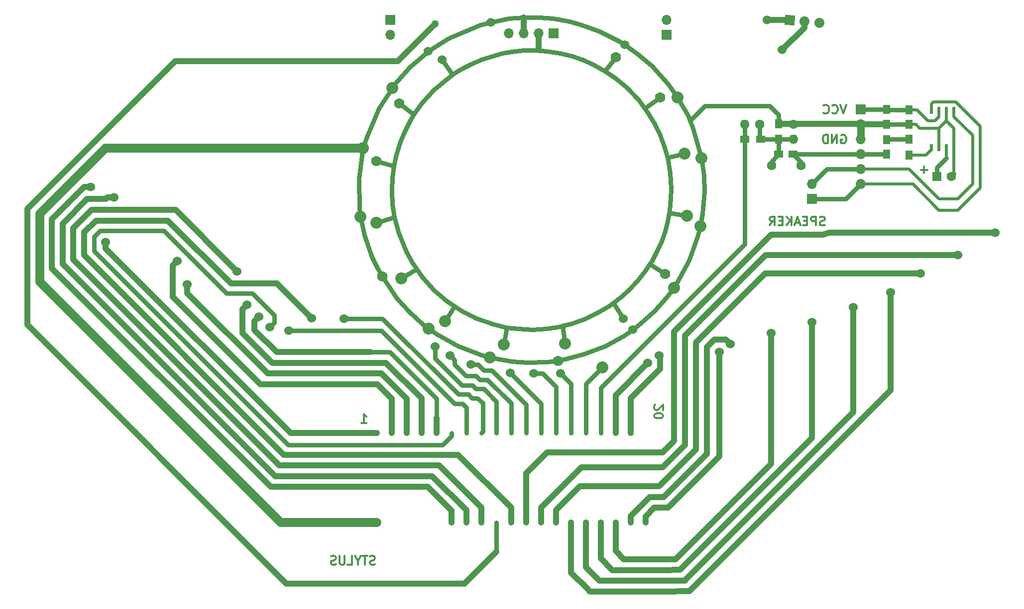
<source format=gbr>
G04 #@! TF.GenerationSoftware,KiCad,Pcbnew,(6.0.0-rc1-dev-454-g181ce46b9)*
G04 #@! TF.CreationDate,2018-09-10T02:16:32-07:00*
G04 #@! TF.ProjectId,Stylish-Belt-Synth - Full,5374796C6973682D42656C742D53796E,rev?*
G04 #@! TF.SameCoordinates,Original*
G04 #@! TF.FileFunction,Copper,L2,Bot,Signal*
G04 #@! TF.FilePolarity,Positive*
%FSLAX46Y46*%
G04 Gerber Fmt 4.6, Leading zero omitted, Abs format (unit mm)*
G04 Created by KiCad (PCBNEW (6.0.0-rc1-dev-454-g181ce46b9)) date 09/10/18 02:16:32*
%MOMM*%
%LPD*%
G01*
G04 APERTURE LIST*
G04 #@! TA.AperFunction,NonConductor*
%ADD10C,0.300000*%
G04 #@! TD*
G04 #@! TA.AperFunction,ComponentPad*
%ADD11C,1.600000*%
G04 #@! TD*
G04 #@! TA.AperFunction,ComponentPad*
%ADD12O,1.600000X1.600000*%
G04 #@! TD*
G04 #@! TA.AperFunction,ComponentPad*
%ADD13R,1.600000X1.600000*%
G04 #@! TD*
G04 #@! TA.AperFunction,ComponentPad*
%ADD14C,1.700000*%
G04 #@! TD*
G04 #@! TA.AperFunction,Conductor*
%ADD15C,0.100000*%
G04 #@! TD*
G04 #@! TA.AperFunction,Conductor*
%ADD16C,1.700000*%
G04 #@! TD*
G04 #@! TA.AperFunction,ComponentPad*
%ADD17R,1.700000X1.700000*%
G04 #@! TD*
G04 #@! TA.AperFunction,ComponentPad*
%ADD18O,1.700000X1.700000*%
G04 #@! TD*
G04 #@! TA.AperFunction,SMDPad,CuDef*
%ADD19R,1.250000X1.500000*%
G04 #@! TD*
G04 #@! TA.AperFunction,SMDPad,CuDef*
%ADD20R,1.500000X1.300000*%
G04 #@! TD*
G04 #@! TA.AperFunction,SMDPad,CuDef*
%ADD21R,1.300000X1.500000*%
G04 #@! TD*
G04 #@! TA.AperFunction,SMDPad,CuDef*
%ADD22R,0.508000X1.143000*%
G04 #@! TD*
G04 #@! TA.AperFunction,SMDPad,CuDef*
%ADD23R,1.500000X1.250000*%
G04 #@! TD*
G04 #@! TA.AperFunction,ViaPad*
%ADD24C,1.524000*%
G04 #@! TD*
G04 #@! TA.AperFunction,ViaPad*
%ADD25C,2.032000*%
G04 #@! TD*
G04 #@! TA.AperFunction,ViaPad*
%ADD26C,1.778000*%
G04 #@! TD*
G04 #@! TA.AperFunction,ViaPad*
%ADD27C,1.270000*%
G04 #@! TD*
G04 #@! TA.AperFunction,Conductor*
%ADD28C,0.762000*%
G04 #@! TD*
G04 #@! TA.AperFunction,Conductor*
%ADD29C,1.016000*%
G04 #@! TD*
G04 #@! TA.AperFunction,Conductor*
%ADD30C,0.508000*%
G04 #@! TD*
G04 #@! TA.AperFunction,Conductor*
%ADD31C,1.270000*%
G04 #@! TD*
G04 #@! TA.AperFunction,Conductor*
%ADD32C,1.524000*%
G04 #@! TD*
G04 APERTURE END LIST*
D10*
X201167857Y-76720000D02*
X201310714Y-76648571D01*
X201525000Y-76648571D01*
X201739285Y-76720000D01*
X201882142Y-76862857D01*
X201953571Y-77005714D01*
X202025000Y-77291428D01*
X202025000Y-77505714D01*
X201953571Y-77791428D01*
X201882142Y-77934285D01*
X201739285Y-78077142D01*
X201525000Y-78148571D01*
X201382142Y-78148571D01*
X201167857Y-78077142D01*
X201096428Y-78005714D01*
X201096428Y-77505714D01*
X201382142Y-77505714D01*
X200453571Y-78148571D02*
X200453571Y-76648571D01*
X199596428Y-78148571D01*
X199596428Y-76648571D01*
X198882142Y-78148571D02*
X198882142Y-76648571D01*
X198525000Y-76648571D01*
X198310714Y-76720000D01*
X198167857Y-76862857D01*
X198096428Y-77005714D01*
X198025000Y-77291428D01*
X198025000Y-77505714D01*
X198096428Y-77791428D01*
X198167857Y-77934285D01*
X198310714Y-78077142D01*
X198525000Y-78148571D01*
X198882142Y-78148571D01*
X202025000Y-71568571D02*
X201525000Y-73068571D01*
X201025000Y-71568571D01*
X199667857Y-72925714D02*
X199739285Y-72997142D01*
X199953571Y-73068571D01*
X200096428Y-73068571D01*
X200310714Y-72997142D01*
X200453571Y-72854285D01*
X200525000Y-72711428D01*
X200596428Y-72425714D01*
X200596428Y-72211428D01*
X200525000Y-71925714D01*
X200453571Y-71782857D01*
X200310714Y-71640000D01*
X200096428Y-71568571D01*
X199953571Y-71568571D01*
X199739285Y-71640000D01*
X199667857Y-71711428D01*
X198167857Y-72925714D02*
X198239285Y-72997142D01*
X198453571Y-73068571D01*
X198596428Y-73068571D01*
X198810714Y-72997142D01*
X198953571Y-72854285D01*
X199025000Y-72711428D01*
X199096428Y-72425714D01*
X199096428Y-72211428D01*
X199025000Y-71925714D01*
X198953571Y-71782857D01*
X198810714Y-71640000D01*
X198596428Y-71568571D01*
X198453571Y-71568571D01*
X198239285Y-71640000D01*
X198167857Y-71711428D01*
X215836428Y-82657142D02*
X214693571Y-82657142D01*
X215265000Y-83228571D02*
X215265000Y-82085714D01*
X198353571Y-92047142D02*
X198139285Y-92118571D01*
X197782142Y-92118571D01*
X197639285Y-92047142D01*
X197567857Y-91975714D01*
X197496428Y-91832857D01*
X197496428Y-91690000D01*
X197567857Y-91547142D01*
X197639285Y-91475714D01*
X197782142Y-91404285D01*
X198067857Y-91332857D01*
X198210714Y-91261428D01*
X198282142Y-91190000D01*
X198353571Y-91047142D01*
X198353571Y-90904285D01*
X198282142Y-90761428D01*
X198210714Y-90690000D01*
X198067857Y-90618571D01*
X197710714Y-90618571D01*
X197496428Y-90690000D01*
X196853571Y-92118571D02*
X196853571Y-90618571D01*
X196282142Y-90618571D01*
X196139285Y-90690000D01*
X196067857Y-90761428D01*
X195996428Y-90904285D01*
X195996428Y-91118571D01*
X196067857Y-91261428D01*
X196139285Y-91332857D01*
X196282142Y-91404285D01*
X196853571Y-91404285D01*
X195353571Y-91332857D02*
X194853571Y-91332857D01*
X194639285Y-92118571D02*
X195353571Y-92118571D01*
X195353571Y-90618571D01*
X194639285Y-90618571D01*
X194067857Y-91690000D02*
X193353571Y-91690000D01*
X194210714Y-92118571D02*
X193710714Y-90618571D01*
X193210714Y-92118571D01*
X192710714Y-92118571D02*
X192710714Y-90618571D01*
X191853571Y-92118571D02*
X192496428Y-91261428D01*
X191853571Y-90618571D02*
X192710714Y-91475714D01*
X191210714Y-91332857D02*
X190710714Y-91332857D01*
X190496428Y-92118571D02*
X191210714Y-92118571D01*
X191210714Y-90618571D01*
X190496428Y-90618571D01*
X188996428Y-92118571D02*
X189496428Y-91404285D01*
X189853571Y-92118571D02*
X189853571Y-90618571D01*
X189282142Y-90618571D01*
X189139285Y-90690000D01*
X189067857Y-90761428D01*
X188996428Y-90904285D01*
X188996428Y-91118571D01*
X189067857Y-91261428D01*
X189139285Y-91332857D01*
X189282142Y-91404285D01*
X189853571Y-91404285D01*
X169501428Y-122682142D02*
X169430000Y-122753571D01*
X169358571Y-122896428D01*
X169358571Y-123253571D01*
X169430000Y-123396428D01*
X169501428Y-123467857D01*
X169644285Y-123539285D01*
X169787142Y-123539285D01*
X170001428Y-123467857D01*
X170858571Y-122610714D01*
X170858571Y-123539285D01*
X169358571Y-124467857D02*
X169358571Y-124610714D01*
X169430000Y-124753571D01*
X169501428Y-124825000D01*
X169644285Y-124896428D01*
X169930000Y-124967857D01*
X170287142Y-124967857D01*
X170572857Y-124896428D01*
X170715714Y-124825000D01*
X170787142Y-124753571D01*
X170858571Y-124610714D01*
X170858571Y-124467857D01*
X170787142Y-124325000D01*
X170715714Y-124253571D01*
X170572857Y-124182142D01*
X170287142Y-124110714D01*
X169930000Y-124110714D01*
X169644285Y-124182142D01*
X169501428Y-124253571D01*
X169430000Y-124325000D01*
X169358571Y-124467857D01*
X119586428Y-125773571D02*
X120443571Y-125773571D01*
X120015000Y-125773571D02*
X120015000Y-124273571D01*
X120157857Y-124487857D01*
X120300714Y-124630714D01*
X120443571Y-124702142D01*
X121860000Y-149832142D02*
X121645714Y-149903571D01*
X121288571Y-149903571D01*
X121145714Y-149832142D01*
X121074285Y-149760714D01*
X121002857Y-149617857D01*
X121002857Y-149475000D01*
X121074285Y-149332142D01*
X121145714Y-149260714D01*
X121288571Y-149189285D01*
X121574285Y-149117857D01*
X121717142Y-149046428D01*
X121788571Y-148975000D01*
X121860000Y-148832142D01*
X121860000Y-148689285D01*
X121788571Y-148546428D01*
X121717142Y-148475000D01*
X121574285Y-148403571D01*
X121217142Y-148403571D01*
X121002857Y-148475000D01*
X120574285Y-148403571D02*
X119717142Y-148403571D01*
X120145714Y-149903571D02*
X120145714Y-148403571D01*
X118931428Y-149189285D02*
X118931428Y-149903571D01*
X119431428Y-148403571D02*
X118931428Y-149189285D01*
X118431428Y-148403571D01*
X117217142Y-149903571D02*
X117931428Y-149903571D01*
X117931428Y-148403571D01*
X116717142Y-148403571D02*
X116717142Y-149617857D01*
X116645714Y-149760714D01*
X116574285Y-149832142D01*
X116431428Y-149903571D01*
X116145714Y-149903571D01*
X116002857Y-149832142D01*
X115931428Y-149760714D01*
X115860000Y-149617857D01*
X115860000Y-148403571D01*
X115217142Y-149832142D02*
X115002857Y-149903571D01*
X114645714Y-149903571D01*
X114502857Y-149832142D01*
X114431428Y-149760714D01*
X114360000Y-149617857D01*
X114360000Y-149475000D01*
X114431428Y-149332142D01*
X114502857Y-149260714D01*
X114645714Y-149189285D01*
X114931428Y-149117857D01*
X115074285Y-149046428D01*
X115145714Y-148975000D01*
X115217142Y-148832142D01*
X115217142Y-148689285D01*
X115145714Y-148546428D01*
X115074285Y-148475000D01*
X114931428Y-148403571D01*
X114574285Y-148403571D01*
X114360000Y-148475000D01*
D11*
G04 #@! TO.P,R5,1*
G04 #@! TO.N,/WS2812B-16-LED-RING/GND*
X193040000Y-74930000D03*
D12*
G04 #@! TO.P,R5,2*
G04 #@! TO.N,Net-(C1-Pad2)*
X193040000Y-77470000D03*
G04 #@! TD*
D11*
G04 #@! TO.P,R4,1*
G04 #@! TO.N,Net-(C1-Pad2)*
X187325000Y-74930000D03*
D12*
G04 #@! TO.P,R4,2*
G04 #@! TO.N,AUDIO_OUT*
X184785000Y-74930000D03*
G04 #@! TD*
D11*
G04 #@! TO.P,C2,1*
G04 #@! TO.N,/PWM_Audio_Out*
X194310000Y-81915000D03*
G04 #@! TO.P,C2,2*
G04 #@! TO.N,Net-(C1-Pad2)*
X189310000Y-81915000D03*
G04 #@! TD*
D13*
G04 #@! TO.P,C6,1*
G04 #@! TO.N,Net-(C6-Pad1)*
X217424000Y-83820000D03*
D11*
G04 #@! TO.P,C6,2*
G04 #@! TO.N,/WS2812B-16-LED-RING/GND*
X219924000Y-83820000D03*
G04 #@! TD*
D14*
G04 #@! TO.P,SW1,1*
G04 #@! TO.N,Net-(BT1-Pad1)*
X192405000Y-57150000D03*
D15*
G04 #@! TD*
G04 #@! TO.N,Net-(BT1-Pad1)*
G04 #@! TO.C,SW1*
G36*
X193177683Y-58070848D02*
X191484152Y-57922683D01*
X191632317Y-56229152D01*
X193325848Y-56377317D01*
X193177683Y-58070848D01*
X193177683Y-58070848D01*
G37*
D14*
G04 #@! TO.P,SW1,2*
G04 #@! TO.N,/WS2812B-16-LED-RING/5V*
X194935336Y-57371376D03*
D16*
G04 #@! TD*
G04 #@! TO.N,/WS2812B-16-LED-RING/5V*
G04 #@! TO.C,SW1*
X194935336Y-57371376D02*
X194935336Y-57371376D01*
D14*
G04 #@! TO.P,SW1,3*
G04 #@! TO.N,N/C*
X197465669Y-57592751D03*
D16*
G04 #@! TD*
G04 #@! TO.N,N/C*
G04 #@! TO.C,SW1*
X197465669Y-57592751D02*
X197465669Y-57592751D01*
D17*
G04 #@! TO.P,BT2,1*
G04 #@! TO.N,/WS2812B-16-LED-RING/GND*
X171450000Y-59690000D03*
D18*
G04 #@! TO.P,BT2,2*
G04 #@! TO.N,Net-(BT1-Pad1)*
X171450000Y-57150000D03*
G04 #@! TD*
D17*
G04 #@! TO.P,BT1,1*
G04 #@! TO.N,Net-(BT1-Pad1)*
X124460000Y-57150000D03*
D18*
G04 #@! TO.P,BT1,2*
G04 #@! TO.N,/WS2812B-16-LED-RING/GND*
X124460000Y-59690000D03*
G04 #@! TD*
D17*
G04 #@! TO.P,LS1,1*
G04 #@! TO.N,/XH-M125-amp-board/OUT+*
X196215000Y-87630000D03*
D18*
G04 #@! TO.P,LS1,2*
G04 #@! TO.N,/XH-M125-amp-board/OUT-*
X196215000Y-85090000D03*
G04 #@! TD*
D19*
G04 #@! TO.P,C7,1*
G04 #@! TO.N,Net-(C7-Pad1)*
X208915000Y-77490000D03*
G04 #@! TO.P,C7,2*
G04 #@! TO.N,/PWM_Audio_Out*
X208915000Y-79990000D03*
G04 #@! TD*
D18*
G04 #@! TO.P,J2,4*
G04 #@! TO.N,/WS2812B-16-LED-RING/DOUT*
X144653000Y-59436000D03*
G04 #@! TO.P,J2,3*
G04 #@! TO.N,/WS2812B-16-LED-RING/GND*
X147193000Y-59436000D03*
G04 #@! TO.P,J2,2*
G04 #@! TO.N,/WS2812B-16-LED-RING/5V*
X149733000Y-59436000D03*
D17*
G04 #@! TO.P,J2,1*
G04 #@! TO.N,/WS2812B-16-LED-RING/DIN*
X152273000Y-59436000D03*
G04 #@! TD*
D18*
G04 #@! TO.P,J1,6*
G04 #@! TO.N,/XH-M125-amp-board/OUT+*
X204470000Y-85090000D03*
G04 #@! TO.P,J1,5*
G04 #@! TO.N,/XH-M125-amp-board/OUT-*
X204470000Y-82550000D03*
G04 #@! TO.P,J1,4*
G04 #@! TO.N,/PWM_Audio_Out*
X204470000Y-80010000D03*
G04 #@! TO.P,J1,3*
G04 #@! TO.N,/WS2812B-16-LED-RING/GND*
X204470000Y-77470000D03*
G04 #@! TO.P,J1,2*
X204470000Y-74930000D03*
D17*
G04 #@! TO.P,J1,1*
G04 #@! TO.N,/XH-M125-amp-board/VCC*
X204470000Y-72390000D03*
G04 #@! TD*
D19*
G04 #@! TO.P,C5,1*
G04 #@! TO.N,/XH-M125-amp-board/VCC*
X212725000Y-72430000D03*
G04 #@! TO.P,C5,2*
G04 #@! TO.N,/WS2812B-16-LED-RING/GND*
X212725000Y-74930000D03*
G04 #@! TD*
G04 #@! TO.P,C4,1*
G04 #@! TO.N,/XH-M125-amp-board/VCC*
X208915000Y-72390000D03*
G04 #@! TO.P,C4,2*
G04 #@! TO.N,/WS2812B-16-LED-RING/GND*
X208915000Y-74890000D03*
G04 #@! TD*
D20*
G04 #@! TO.P,R1,1*
G04 #@! TO.N,Net-(C1-Pad2)*
X187485000Y-77470000D03*
G04 #@! TO.P,R1,2*
G04 #@! TO.N,AUDIO_OUT*
X184785000Y-77470000D03*
G04 #@! TD*
D21*
G04 #@! TO.P,R3,1*
G04 #@! TO.N,Net-(R3-Pad1)*
X212725000Y-80170000D03*
G04 #@! TO.P,R3,2*
G04 #@! TO.N,Net-(C7-Pad1)*
X212725000Y-77470000D03*
G04 #@! TD*
D22*
G04 #@! TO.P,U2,8*
G04 #@! TO.N,/XH-M125-amp-board/OUT-*
X220345000Y-72517000D03*
G04 #@! TO.P,U2,7*
G04 #@! TO.N,/WS2812B-16-LED-RING/GND*
X219075000Y-72517000D03*
G04 #@! TO.P,U2,6*
G04 #@! TO.N,/XH-M125-amp-board/VCC*
X217805000Y-72517000D03*
G04 #@! TO.P,U2,5*
G04 #@! TO.N,/XH-M125-amp-board/OUT+*
X216535000Y-72517000D03*
G04 #@! TO.P,U2,4*
G04 #@! TO.N,Net-(R3-Pad1)*
X216535000Y-78867000D03*
G04 #@! TO.P,U2,3*
G04 #@! TO.N,/WS2812B-16-LED-RING/GND*
X217805000Y-78867000D03*
G04 #@! TO.P,U2,2*
G04 #@! TO.N,Net-(C6-Pad1)*
X219075000Y-78867000D03*
G04 #@! TO.P,U2,1*
G04 #@! TO.N,/WS2812B-16-LED-RING/GND*
X220345000Y-78867000D03*
G04 #@! TD*
D21*
G04 #@! TO.P,R2,1*
G04 #@! TO.N,/WS2812B-16-LED-RING/GND*
X190500000Y-74770000D03*
G04 #@! TO.P,R2,2*
G04 #@! TO.N,Net-(C1-Pad2)*
X190500000Y-77470000D03*
G04 #@! TD*
D23*
G04 #@! TO.P,C1,1*
G04 #@! TO.N,/PWM_Audio_Out*
X193000000Y-80010000D03*
G04 #@! TO.P,C1,2*
G04 #@! TO.N,Net-(C1-Pad2)*
X190500000Y-80010000D03*
G04 #@! TD*
D24*
G04 #@! TO.N,Net-(J26-Pad1)*
X77470002Y-87375968D03*
G04 #@! TO.N,Net-(J27-Pad1)*
X98406271Y-99923742D03*
G04 #@! TO.N,Net-(J28-Pad1)*
X73480894Y-85547158D03*
G04 #@! TO.N,Net-(J29-Pad1)*
X111125000Y-107950000D03*
G04 #@! TO.N,Net-(KB1-Pad0)*
X76052054Y-94945200D03*
G04 #@! TO.N,Net-(KB1-Pad1)*
X88204419Y-98134959D03*
G04 #@! TO.N,Net-(KB1-Pad2)*
X89895701Y-102123020D03*
G04 #@! TO.N,Net-(KB1-Pad3)*
X100076000Y-105664002D03*
G04 #@! TO.N,Net-(KB1-Pad4)*
X102108000Y-107696000D03*
G04 #@! TO.N,Net-(KB1-Pad5)*
X103937224Y-109422764D03*
G04 #@! TO.N,Net-(KB1-Pad6)*
X107233431Y-110031213D03*
G04 #@! TO.N,Net-(KB1-Pad7)*
X116553945Y-107983037D03*
G04 #@! TO.N,Net-(KB1-Pad8)*
X132080000Y-112776000D03*
G04 #@! TO.N,Net-(KB1-Pad9)*
X134620000Y-114300000D03*
G04 #@! TO.N,Net-(KB1-Pad10)*
X138176000Y-115798568D03*
G04 #@! TO.N,Net-(KB1-Pad11)*
X144892967Y-117235033D03*
G04 #@! TO.N,Net-(KB1-Pad12)*
X148844000Y-117348000D03*
G04 #@! TO.N,Net-(KB1-Pad13)*
X153416000Y-117348000D03*
D25*
G04 #@! TO.N,Net-(KB1-Pad14)*
X160528000Y-116332000D03*
D24*
G04 #@! TO.N,Net-(KB1-Pad16)*
X180433933Y-113706453D03*
G04 #@! TO.N,/WS2812B-16-LED-RING/GND*
X141570000Y-57532405D03*
D25*
X173290000Y-70290000D03*
X177420000Y-80670000D03*
X177240000Y-92240000D03*
X172690000Y-102770000D03*
D26*
X152990000Y-115150000D03*
D25*
X131020000Y-109670000D03*
D26*
X123090000Y-100770000D03*
D25*
X119410000Y-90610000D03*
X119790000Y-78970000D03*
X124780000Y-68680000D03*
X141410000Y-114600000D03*
D24*
X164338000Y-61341000D03*
X130937000Y-62484000D03*
X165735000Y-109855000D03*
G04 #@! TO.N,Net-(KB1-Pad15)*
X168275000Y-115570000D03*
G04 #@! TO.N,Net-(KB1-Pad17)*
X182327665Y-112337341D03*
G04 #@! TO.N,Net-(KB1-Pad18)*
X189230000Y-110490000D03*
G04 #@! TO.N,Net-(KB1-Pad19)*
X196215000Y-108585000D03*
G04 #@! TO.N,Net-(KB1-Pad20)*
X203200000Y-106045000D03*
G04 #@! TO.N,Net-(KB1-Pad21)*
X209550000Y-103505000D03*
G04 #@! TO.N,Net-(KB1-Pad22)*
X214630000Y-100330000D03*
G04 #@! TO.N,Net-(KB1-Pad23)*
X220980000Y-97155000D03*
G04 #@! TO.N,Net-(KB1-Pad24)*
X227330000Y-93345000D03*
D27*
G04 #@! TO.N,/WS2812B-16-LED-RING/DIN*
X132080000Y-57785000D03*
D26*
G04 #@! TO.N,/WS2812B-16-LED-RING/5V*
X162860000Y-63420000D03*
X170350000Y-70330000D03*
D25*
X174540000Y-79860000D03*
X174900000Y-90490000D03*
D26*
X171190000Y-100380000D03*
D24*
X164110000Y-108000000D03*
D25*
X154190000Y-112210000D03*
X133800000Y-108400000D03*
X126290000Y-101150000D03*
X122120000Y-91620000D03*
D26*
X122080000Y-81160000D03*
X126000000Y-71330000D03*
D25*
X143760000Y-112390000D03*
D24*
X133273800Y-63855600D03*
X191135000Y-62230000D03*
X170219336Y-114273776D03*
G04 #@! TO.N,Net-(BT1-Pad1)*
X188595000Y-57150000D03*
G04 #@! TD*
D28*
G04 #@! TO.N,/PWM_Audio_Out*
X193000000Y-80010000D02*
X204470000Y-80010000D01*
X204490000Y-79990000D02*
X204470000Y-80010000D01*
X208915000Y-79990000D02*
X204490000Y-79990000D01*
X194310000Y-81320000D02*
X193000000Y-80010000D01*
X194310000Y-81915000D02*
X194310000Y-81320000D01*
G04 #@! TO.N,Net-(C1-Pad2)*
X190500000Y-77470000D02*
X190500000Y-80010000D01*
X187485000Y-77470000D02*
X190500000Y-77470000D01*
X187325000Y-77310000D02*
X187485000Y-77470000D01*
X187325000Y-74930000D02*
X187325000Y-77310000D01*
X193040000Y-77470000D02*
X190500000Y-77470000D01*
X189310000Y-81200000D02*
X190500000Y-80010000D01*
X189310000Y-81915000D02*
X189310000Y-81200000D01*
D29*
G04 #@! TO.N,Net-(J26-Pad1)*
X137414000Y-142748000D02*
X137414000Y-140624555D01*
X137414000Y-140624555D02*
X131612686Y-134823241D01*
X131612686Y-134823241D02*
X104866361Y-134823241D01*
X104866361Y-134823241D02*
X68736823Y-98693703D01*
X68736823Y-98693703D02*
X68736823Y-91786465D01*
X68736823Y-91786465D02*
X72893322Y-87629968D01*
X76138372Y-87629968D02*
X76392372Y-87375968D01*
X76392372Y-87375968D02*
X77470002Y-87375968D01*
X72893322Y-87629968D02*
X76138372Y-87629968D01*
G04 #@! TO.N,Net-(J27-Pad1)*
X97644272Y-99161743D02*
X98406271Y-99923742D01*
X139954000Y-140208000D02*
X132740431Y-132994431D01*
X105623880Y-132994431D02*
X70565633Y-97936184D01*
X70565633Y-97936184D02*
X70565633Y-92543983D01*
X87941307Y-89458778D02*
X97644272Y-99161743D01*
X73650839Y-89458778D02*
X87941307Y-89458778D01*
X132740431Y-132994431D02*
X105623880Y-132994431D01*
X139954000Y-142748000D02*
X139954000Y-140208000D01*
X70565633Y-92543983D02*
X73650839Y-89458778D01*
G04 #@! TO.N,Net-(J28-Pad1)*
X66908013Y-99451222D02*
X66908013Y-91028946D01*
X134874000Y-140670884D02*
X130855167Y-136652051D01*
X130855167Y-136652051D02*
X104108842Y-136652051D01*
X66908013Y-91028946D02*
X72389801Y-85547158D01*
X72389801Y-85547158D02*
X72403264Y-85547158D01*
X72403264Y-85547158D02*
X73480894Y-85547158D01*
X134874000Y-142748000D02*
X134874000Y-140670884D01*
X104108842Y-136652051D02*
X66908013Y-99451222D01*
G04 #@! TO.N,Net-(J29-Pad1)*
X135991611Y-131165611D02*
X106381389Y-131165611D01*
X105181391Y-102006391D02*
X110363001Y-107188001D01*
X97377161Y-102006391D02*
X105181391Y-102006391D01*
X86658358Y-91287588D02*
X97377161Y-102006391D01*
X74408356Y-91287588D02*
X86658358Y-91287588D01*
X72394443Y-93301501D02*
X74408356Y-91287588D01*
X72394443Y-97178665D02*
X72394443Y-93301501D01*
X106381389Y-131165611D02*
X72394443Y-97178665D01*
X145034000Y-140208000D02*
X135991611Y-131165611D01*
X145034000Y-142748000D02*
X145034000Y-140208000D01*
X110363001Y-107188001D02*
X111125000Y-107950000D01*
D30*
G04 #@! TO.N,Net-(R3-Pad1)*
X215549500Y-80170000D02*
X212725000Y-80170000D01*
X216535000Y-78867000D02*
X216535000Y-79184500D01*
X216535000Y-79184500D02*
X215549500Y-80170000D01*
D29*
G04 #@! TO.N,Net-(KB1-Pad0)*
X76052054Y-96022830D02*
X76052054Y-94945200D01*
X107537224Y-127508000D02*
X76052054Y-96022830D01*
X122174000Y-127508000D02*
X107537224Y-127508000D01*
G04 #@! TO.N,Net-(KB1-Pad1)*
X87442420Y-98896958D02*
X88204419Y-98134959D01*
X87442420Y-104240968D02*
X87442420Y-98896958D01*
X102376707Y-119175255D02*
X87442420Y-104240968D01*
X124714000Y-127508000D02*
X124714000Y-121666000D01*
X124714000Y-121666000D02*
X122223255Y-119175255D01*
X122223255Y-119175255D02*
X102376707Y-119175255D01*
G04 #@! TO.N,Net-(KB1-Pad2)*
X89895701Y-103636447D02*
X89895701Y-103200650D01*
X103605698Y-117346444D02*
X89895701Y-103636447D01*
X122980773Y-117346444D02*
X103605698Y-117346444D01*
X127254000Y-121619671D02*
X122980773Y-117346444D01*
X127254000Y-127508000D02*
X127254000Y-121619671D01*
X89895701Y-103200650D02*
X89895701Y-102123020D01*
G04 #@! TO.N,Net-(KB1-Pad3)*
X129794000Y-121573342D02*
X123738291Y-115517633D01*
X99314001Y-106426001D02*
X100076000Y-105664002D01*
X123738291Y-115517633D02*
X104363216Y-115517633D01*
X104363216Y-115517633D02*
X99314001Y-110468418D01*
X99314001Y-110468418D02*
X99314001Y-106426001D01*
X129794000Y-127508000D02*
X129794000Y-121573342D01*
G04 #@! TO.N,Net-(KB1-Pad4)*
X101346001Y-108457999D02*
X102108000Y-107696000D01*
X101346001Y-109914089D02*
X101346001Y-108457999D01*
X105120738Y-113688826D02*
X101346001Y-109914089D01*
X121054826Y-113688826D02*
X105120738Y-113688826D01*
X132334000Y-127508000D02*
X132334000Y-124968000D01*
D28*
X124356826Y-113688826D02*
X121054826Y-113688826D01*
X132334000Y-124968000D02*
X132334000Y-121666000D01*
X132334000Y-121666000D02*
X124356826Y-113688826D01*
G04 #@! TO.N,Net-(KB1-Pad5)*
X107086312Y-129463810D02*
X74096253Y-96473751D01*
X104699223Y-107392639D02*
X104699223Y-108660765D01*
X101014785Y-103708201D02*
X104699223Y-107392639D01*
X96621590Y-103708201D02*
X101014785Y-103708201D01*
X104699223Y-108660765D02*
X103937224Y-109422764D01*
X85902788Y-92989399D02*
X96621590Y-103708201D01*
X75113269Y-92989399D02*
X85902788Y-92989399D01*
X74096253Y-94006415D02*
X75113269Y-92989399D01*
X74096253Y-96473751D02*
X74096253Y-94006415D01*
X133367310Y-129463810D02*
X107086312Y-129463810D01*
X134874000Y-127957120D02*
X133367310Y-129463810D01*
X134874000Y-127508000D02*
X134874000Y-127957120D01*
G04 #@! TO.N,Net-(KB1-Pad6)*
X108311061Y-110031213D02*
X107233431Y-110031213D01*
X122926332Y-110031213D02*
X108311061Y-110031213D01*
X135399309Y-122504190D02*
X122926332Y-110031213D01*
X136728190Y-122504190D02*
X135399309Y-122504190D01*
X137414000Y-127508000D02*
X137414000Y-123190000D01*
X137414000Y-123190000D02*
X136728190Y-122504190D01*
G04 #@! TO.N,Net-(KB1-Pad7)*
X117631575Y-107983037D02*
X116553945Y-107983037D01*
X136026238Y-120904000D02*
X123105275Y-107983037D01*
X137762137Y-120904000D02*
X136026238Y-120904000D01*
X139314235Y-121534234D02*
X138392371Y-121534234D01*
X140208000Y-122428000D02*
X139314235Y-121534234D01*
X139954000Y-127508000D02*
X140208000Y-127254000D01*
X140208000Y-127254000D02*
X140208000Y-122428000D01*
X138392371Y-121534234D02*
X137762137Y-120904000D01*
X123105275Y-107983037D02*
X117631575Y-107983037D01*
G04 #@! TO.N,Net-(KB1-Pad8)*
X142494000Y-127508000D02*
X142494000Y-122101115D01*
X140352308Y-119959423D02*
X139044679Y-119959423D01*
X138414445Y-119329189D02*
X136678545Y-119329189D01*
X132080000Y-113853630D02*
X132080000Y-112776000D01*
X142494000Y-122101115D02*
X140352308Y-119959423D01*
X132080000Y-114730644D02*
X132080000Y-113853630D01*
X136678545Y-119329189D02*
X132080000Y-114730644D01*
X139044679Y-119959423D02*
X138414445Y-119329189D01*
G04 #@! TO.N,Net-(KB1-Pad9)*
X139066753Y-117754378D02*
X137330852Y-117754378D01*
X139696987Y-118384612D02*
X139066753Y-117754378D01*
X137330852Y-117754378D02*
X135381999Y-115805525D01*
X135381999Y-115061999D02*
X134620000Y-114300000D01*
X141004616Y-118384612D02*
X139696987Y-118384612D01*
X145034000Y-122413996D02*
X141004616Y-118384612D01*
X145034000Y-127508000D02*
X145034000Y-122413996D01*
X135381999Y-115805525D02*
X135381999Y-115061999D01*
G04 #@! TO.N,Net-(KB1-Pad10)*
X140349295Y-116809801D02*
X139338062Y-115798568D01*
X139253630Y-115798568D02*
X138176000Y-115798568D01*
X147574000Y-127508000D02*
X147574000Y-122682000D01*
X147574000Y-122682000D02*
X141701801Y-116809801D01*
X141701801Y-116809801D02*
X140349295Y-116809801D01*
X139338062Y-115798568D02*
X139253630Y-115798568D01*
G04 #@! TO.N,Net-(KB1-Pad11)*
X150114000Y-122456066D02*
X145654966Y-117997032D01*
X150114000Y-127508000D02*
X150114000Y-122456066D01*
X145654966Y-117997032D02*
X144892967Y-117235033D01*
G04 #@! TO.N,Net-(KB1-Pad12)*
X152654000Y-127508000D02*
X152654000Y-119634000D01*
X152654000Y-119634000D02*
X150368000Y-117348000D01*
X150368000Y-117348000D02*
X148844000Y-117348000D01*
G04 #@! TO.N,Net-(KB1-Pad13)*
X155194000Y-127508000D02*
X155194000Y-119126000D01*
X155194000Y-119126000D02*
X153416000Y-117348000D01*
G04 #@! TO.N,Net-(KB1-Pad14)*
X157734000Y-127508000D02*
X157734000Y-119126000D01*
X157734000Y-119126000D02*
X160528000Y-116332000D01*
G04 #@! TO.N,AUDIO_OUT*
X184785000Y-74930000D02*
X184785000Y-77470000D01*
X184785000Y-78882000D02*
X184785000Y-77470000D01*
X184785000Y-95256276D02*
X184785000Y-78882000D01*
X160274000Y-127508000D02*
X160274000Y-119767276D01*
X160274000Y-119767276D02*
X184785000Y-95256276D01*
D29*
G04 #@! TO.N,Net-(KB1-Pad16)*
X180433933Y-114784083D02*
X180433933Y-113706453D01*
X180433933Y-131478067D02*
X180433933Y-114784083D01*
X171704000Y-140208000D02*
X180433933Y-131478067D01*
X169343606Y-140208000D02*
X171704000Y-140208000D01*
X167894000Y-142748000D02*
X167894000Y-141657606D01*
X167894000Y-141657606D02*
X169343606Y-140208000D01*
D28*
G04 #@! TO.N,/WS2812B-16-LED-RING/GND*
X141570000Y-57532405D02*
X141550000Y-57550000D01*
X173520000Y-70690000D02*
X173290000Y-70290000D01*
X175070000Y-73390000D02*
X173520000Y-70690000D01*
X177420000Y-80670000D02*
X175850000Y-75340000D01*
X177770000Y-83650000D02*
X177420000Y-80670000D01*
X177860000Y-86320000D02*
X177770000Y-83650000D01*
X177570000Y-90100000D02*
X177860000Y-86320000D01*
X177240000Y-92240000D02*
X177570000Y-90100000D01*
X176740000Y-94020000D02*
X177240000Y-92240000D01*
X175300000Y-98050000D02*
X176740000Y-94020000D01*
X172690000Y-102770000D02*
X175300000Y-98050000D01*
X121370000Y-97510000D02*
X122270000Y-99370000D01*
X122270000Y-99370000D02*
X123090000Y-100770000D01*
X120100000Y-93790000D02*
X121370000Y-97510000D01*
X119410000Y-90610000D02*
X120100000Y-93790000D01*
X119240000Y-89230000D02*
X119410000Y-90610000D01*
X119090000Y-84130000D02*
X119240000Y-89230000D01*
X119790000Y-78970000D02*
X119090000Y-84130000D01*
X120490000Y-77020000D02*
X119790000Y-78970000D01*
X122530000Y-72220000D02*
X120490000Y-77020000D01*
X124780000Y-68680000D02*
X122530000Y-72220000D01*
X141570000Y-57532405D02*
X144640000Y-56870000D01*
X147660000Y-56670000D02*
X149780000Y-56660000D01*
X136000000Y-112670000D02*
X139950000Y-114190000D01*
X132380000Y-110650000D02*
X136000000Y-112670000D01*
X123090000Y-100770000D02*
X125560000Y-104490000D01*
X125560000Y-104490000D02*
X127780000Y-106930000D01*
X129980000Y-108900000D02*
X132380000Y-110650000D01*
X139950000Y-114190000D02*
X141410000Y-114600000D01*
X127780000Y-106930000D02*
X129980000Y-108900000D01*
X147770000Y-115430000D02*
X150940000Y-115350000D01*
X141410000Y-114600000D02*
X145240000Y-115280000D01*
X145240000Y-115280000D02*
X147770000Y-115430000D01*
X150940000Y-115350000D02*
X152990000Y-115150000D01*
X164338000Y-61341000D02*
X166490000Y-62840000D01*
X152130000Y-56890000D02*
X149780000Y-56660000D01*
X171730000Y-68060000D02*
X173290000Y-70290000D01*
X164338000Y-61341000D02*
X163560000Y-60840000D01*
X166490000Y-62840000D02*
X168960000Y-64980000D01*
X163560000Y-60840000D02*
X160040000Y-59040000D01*
X160040000Y-59040000D02*
X156980000Y-57930000D01*
X156980000Y-57930000D02*
X154910000Y-57370000D01*
X154910000Y-57370000D02*
X152130000Y-56890000D01*
X168960000Y-64980000D02*
X171730000Y-68060000D01*
X125090000Y-68170000D02*
X124780000Y-68680000D01*
X130937000Y-62484000D02*
X134350000Y-60270000D01*
X134350000Y-60270000D02*
X139750000Y-57970000D01*
X139750000Y-57970000D02*
X141570000Y-57532405D01*
X127770000Y-65160000D02*
X125090000Y-68170000D01*
X130937000Y-62484000D02*
X131130000Y-62300000D01*
X131130000Y-62300000D02*
X127770000Y-65160000D01*
X157430000Y-114040000D02*
X152990000Y-115150000D01*
X161070000Y-112630000D02*
X157430000Y-114040000D01*
X164280000Y-110850000D02*
X161070000Y-112630000D01*
X165735000Y-109855000D02*
X164280000Y-110850000D01*
X166980000Y-108870000D02*
X169440000Y-106640000D01*
X169440000Y-106640000D02*
X171380000Y-104470000D01*
X165735000Y-109855000D02*
X166980000Y-108870000D01*
X171380000Y-104470000D02*
X172690000Y-102770000D01*
X190500000Y-73258000D02*
X188997000Y-71755000D01*
X190500000Y-74770000D02*
X190500000Y-73258000D01*
X177972000Y-71755000D02*
X175432000Y-74295000D01*
X188997000Y-71755000D02*
X177972000Y-71755000D01*
X175850000Y-75340000D02*
X175432000Y-74295000D01*
X175432000Y-74295000D02*
X175070000Y-73390000D01*
X208915000Y-74930000D02*
X212725000Y-74930000D01*
X220345000Y-83399000D02*
X219924000Y-83820000D01*
D30*
X220345000Y-78867000D02*
X220345000Y-83399000D01*
X219075000Y-72517000D02*
X219075000Y-74295000D01*
X217805000Y-75565000D02*
X217805000Y-78867000D01*
X219075000Y-74295000D02*
X217805000Y-75565000D01*
X220345000Y-75565000D02*
X219075000Y-74295000D01*
X220345000Y-78867000D02*
X220345000Y-75565000D01*
D29*
X147193000Y-59436000D02*
X147193000Y-56700928D01*
D28*
X144640000Y-56870000D02*
X147193000Y-56700928D01*
X147193000Y-56700928D02*
X147660000Y-56670000D01*
D29*
X204310000Y-74770000D02*
X204470000Y-74930000D01*
X190500000Y-74770000D02*
X204310000Y-74770000D01*
X208875000Y-74930000D02*
X208915000Y-74890000D01*
X204470000Y-74930000D02*
X208875000Y-74930000D01*
D30*
X214493000Y-75565000D02*
X217805000Y-75565000D01*
X213858000Y-74930000D02*
X214493000Y-75565000D01*
X212725000Y-74930000D02*
X213858000Y-74930000D01*
D31*
X204470000Y-74930000D02*
X204470000Y-77470000D01*
D32*
X64825204Y-90166216D02*
X76021420Y-78970000D01*
X105878000Y-142748000D02*
X64825204Y-101695204D01*
X76021420Y-78970000D02*
X118353160Y-78970000D01*
X122174000Y-142748000D02*
X105878000Y-142748000D01*
X64825204Y-101695204D02*
X64825204Y-90166216D01*
X118353160Y-78970000D02*
X119790000Y-78970000D01*
D29*
G04 #@! TO.N,Net-(KB1-Pad15)*
X162814000Y-127508000D02*
X162814000Y-121031000D01*
X162814000Y-121031000D02*
X168275000Y-115570000D01*
G04 #@! TO.N,Net-(KB1-Pad17)*
X170971861Y-138353811D02*
X178282622Y-131043050D01*
X165354000Y-141611278D02*
X168611467Y-138353811D01*
X181565666Y-111575342D02*
X182327665Y-112337341D01*
X168611467Y-138353811D02*
X170971861Y-138353811D01*
X178282622Y-112847706D02*
X179554986Y-111575342D01*
X165354000Y-142748000D02*
X165354000Y-141611278D01*
X178282622Y-131043050D02*
X178282622Y-112847706D01*
X179554986Y-111575342D02*
X181565666Y-111575342D01*
G04 #@! TO.N,Net-(KB1-Pad18)*
X189230000Y-111567630D02*
X189230000Y-110490000D01*
X162814000Y-147574000D02*
X164215372Y-148975372D01*
X162814000Y-142748000D02*
X162814000Y-147574000D01*
X164215372Y-148975372D02*
X170808254Y-148975372D01*
X170808254Y-148975372D02*
X172984697Y-148947709D01*
X172984697Y-148947709D02*
X189230000Y-132702406D01*
X189230000Y-132702406D02*
X189230000Y-111567630D01*
G04 #@! TO.N,Net-(KB1-Pad19)*
X173775485Y-150766615D02*
X196215000Y-128327100D01*
X162254183Y-150804183D02*
X170819901Y-150804183D01*
X170819901Y-150804183D02*
X173775485Y-150766615D01*
X196215000Y-109662630D02*
X196215000Y-108585000D01*
X196215000Y-128327100D02*
X196215000Y-109662630D01*
X160274000Y-148824000D02*
X162254183Y-150804183D01*
X160274000Y-142748000D02*
X160274000Y-148824000D01*
G04 #@! TO.N,Net-(KB1-Pad20)*
X157734000Y-142748000D02*
X157734000Y-150325685D01*
X160041309Y-152632994D02*
X170831529Y-152632994D01*
X157734000Y-150325685D02*
X160041309Y-152632994D01*
X174556167Y-152585648D02*
X174844629Y-152289769D01*
X170831529Y-152632994D02*
X174556167Y-152585648D01*
X174844629Y-152289769D02*
X203200000Y-123934398D01*
X203200000Y-107122630D02*
X203200000Y-106045000D01*
X203200000Y-123934398D02*
X203200000Y-107122630D01*
G04 #@! TO.N,Net-(KB1-Pad21)*
X209550000Y-104582630D02*
X209550000Y-103505000D01*
X209550000Y-120191566D02*
X209550000Y-104582630D01*
X170843178Y-154461805D02*
X175336885Y-154404681D01*
X158426406Y-154457749D02*
X160038942Y-154461805D01*
X157893728Y-153922385D02*
X158426406Y-154457749D01*
X155194000Y-151222658D02*
X157893728Y-153922385D01*
X155194000Y-142748000D02*
X155194000Y-151222658D01*
X160038942Y-154461805D02*
X170843178Y-154461805D01*
X175336885Y-154404681D02*
X209550000Y-120191566D01*
G04 #@! TO.N,Net-(KB1-Pad22)*
X176453811Y-112090188D02*
X188214000Y-100330000D01*
X156753558Y-136525000D02*
X170214344Y-136525000D01*
X213552370Y-100330000D02*
X214630000Y-100330000D01*
X188214000Y-100330000D02*
X213552370Y-100330000D01*
X170214344Y-136525000D02*
X176453811Y-130285533D01*
X152654000Y-140624558D02*
X156753558Y-136525000D01*
X152654000Y-142748000D02*
X152654000Y-140624558D01*
X176453811Y-130285533D02*
X176453811Y-112090188D01*
G04 #@! TO.N,Net-(KB1-Pad23)*
X156972000Y-133350000D02*
X170803016Y-133350000D01*
X174625000Y-110871000D02*
X188341000Y-97155000D01*
X174625000Y-129528016D02*
X174625000Y-110871000D01*
X188341000Y-97155000D02*
X219902370Y-97155000D01*
X219902370Y-97155000D02*
X220980000Y-97155000D01*
X170803016Y-133350000D02*
X174625000Y-129528016D01*
X150114000Y-140208000D02*
X156972000Y-133350000D01*
X150114000Y-142748000D02*
X150114000Y-140208000D01*
G04 #@! TO.N,Net-(KB1-Pad24)*
X226252370Y-93345000D02*
X227330000Y-93345000D01*
X147574000Y-142748000D02*
X147574000Y-134366000D01*
X147574000Y-134366000D02*
X151130000Y-130810000D01*
X151130000Y-130810000D02*
X170756688Y-130810000D01*
X170756688Y-130810000D02*
X172720000Y-128846688D01*
X199111106Y-93345000D02*
X226252370Y-93345000D01*
X198026432Y-93706558D02*
X199111106Y-93345000D01*
X189203113Y-93706558D02*
X198026432Y-93706558D01*
X172720000Y-110189671D02*
X189203113Y-93706558D01*
X172720000Y-128846688D02*
X172720000Y-110189671D01*
D28*
G04 #@! TO.N,/WS2812B-16-LED-RING/DIN*
X142494000Y-142748000D02*
X142494000Y-147701000D01*
D29*
X137109199Y-153085801D02*
X142494000Y-147701000D01*
X125730000Y-64135000D02*
X87910882Y-64135000D01*
X87910882Y-64135000D02*
X62742394Y-89303489D01*
X132080000Y-57785000D02*
X125730000Y-64135000D01*
X62742394Y-89303489D02*
X62742394Y-109020180D01*
X62742394Y-109020180D02*
X106808015Y-153085801D01*
X106808015Y-153085801D02*
X137109199Y-153085801D01*
D30*
G04 #@! TO.N,/XH-M125-amp-board/OUT-*
X212725000Y-82550000D02*
X204470000Y-82550000D01*
X220345000Y-73596500D02*
X223520000Y-76771500D01*
X220345000Y-72517000D02*
X220345000Y-73596500D01*
X223520000Y-76771500D02*
X223520000Y-85090000D01*
X223520000Y-85090000D02*
X220980000Y-87630000D01*
X220980000Y-87630000D02*
X217805000Y-87630000D01*
X217805000Y-87630000D02*
X212725000Y-82550000D01*
D28*
X198755000Y-82550000D02*
X196215000Y-85090000D01*
X204470000Y-82550000D02*
X198755000Y-82550000D01*
G04 #@! TO.N,/XH-M125-amp-board/VCC*
X208875000Y-72390000D02*
X208915000Y-72430000D01*
X204470000Y-72390000D02*
X208875000Y-72390000D01*
X208915000Y-72430000D02*
X212725000Y-72430000D01*
D30*
X217805000Y-73596500D02*
X217106500Y-74295000D01*
X217805000Y-72517000D02*
X217805000Y-73596500D01*
X217106500Y-74295000D02*
X215900000Y-74295000D01*
X214035000Y-72430000D02*
X212725000Y-72430000D01*
X215900000Y-74295000D02*
X214035000Y-72430000D01*
G04 #@! TO.N,/XH-M125-amp-board/OUT+*
X213360000Y-85090000D02*
X204470000Y-85090000D01*
X217805000Y-89535000D02*
X213360000Y-85090000D01*
X220980000Y-89535000D02*
X217805000Y-89535000D01*
X216535000Y-71437500D02*
X216852500Y-71120000D01*
X216852500Y-71120000D02*
X220687902Y-71120000D01*
X220687902Y-71120000D02*
X224790000Y-75222098D01*
X216535000Y-72517000D02*
X216535000Y-71437500D01*
X224790000Y-75222098D02*
X224790000Y-85725000D01*
X224790000Y-85725000D02*
X220980000Y-89535000D01*
D28*
X201930000Y-87630000D02*
X196215000Y-87630000D01*
X204470000Y-85090000D02*
X201930000Y-87630000D01*
D30*
G04 #@! TO.N,Net-(C6-Pad1)*
X219075000Y-78867000D02*
X219075000Y-80645000D01*
D28*
X217424000Y-82258000D02*
X217424000Y-83820000D01*
X219037000Y-80645000D02*
X217424000Y-82258000D01*
X219075000Y-80645000D02*
X219037000Y-80645000D01*
G04 #@! TO.N,Net-(C7-Pad1)*
X208935000Y-77470000D02*
X208915000Y-77490000D01*
X212725000Y-77470000D02*
X208935000Y-77470000D01*
G04 #@! TO.N,/WS2812B-16-LED-RING/5V*
X140130000Y-63780000D02*
X138170000Y-64620000D01*
X136850000Y-65320000D02*
X135670000Y-66020000D01*
X129980000Y-71100000D02*
X128780000Y-72720000D01*
X143540000Y-62790000D02*
X140130000Y-63780000D01*
X138170000Y-64620000D02*
X136850000Y-65320000D01*
X127150000Y-96560000D02*
X128180000Y-98450000D01*
X125150000Y-90750000D02*
X125870000Y-93470000D01*
X125870000Y-93470000D02*
X127150000Y-96560000D01*
X124800000Y-83960000D02*
X124690000Y-86140000D01*
X124690000Y-86140000D02*
X124810000Y-88510000D01*
X126150000Y-77850000D02*
X125440000Y-80080000D01*
X129890000Y-100910000D02*
X131940000Y-103150000D01*
X124810000Y-88510000D02*
X125150000Y-90750000D01*
X126890000Y-76040000D02*
X126150000Y-77850000D01*
X127860000Y-74180000D02*
X126890000Y-76040000D01*
X125440000Y-80080000D02*
X125200000Y-81180000D01*
X131940000Y-103150000D02*
X134150000Y-105070000D01*
X158860000Y-64680000D02*
X157110000Y-63900000D01*
X162730000Y-67050000D02*
X160970000Y-65840000D01*
X155430000Y-63330000D02*
X153320000Y-62780000D01*
X153320000Y-62780000D02*
X151080000Y-62410000D01*
X160970000Y-65840000D02*
X158860000Y-64680000D01*
X157110000Y-63900000D02*
X155430000Y-63330000D01*
X151080000Y-62410000D02*
X149240000Y-62280000D01*
X166430000Y-101570000D02*
X167750000Y-99950000D01*
X171050000Y-78640000D02*
X170330000Y-76720000D01*
X166710000Y-70740000D02*
X164620000Y-68580000D01*
X170330000Y-76720000D02*
X169450000Y-74840000D01*
X142030000Y-108950000D02*
X144300000Y-109480000D01*
X168960000Y-98120000D02*
X169830000Y-96370000D01*
X146230000Y-109710000D02*
X148600000Y-109820000D01*
X155250000Y-108850000D02*
X157410000Y-108080000D01*
X148600000Y-109820000D02*
X151080000Y-109690000D01*
X144300000Y-109480000D02*
X146230000Y-109710000D01*
X172070000Y-83190000D02*
X171610000Y-80560000D01*
X171160000Y-93090000D02*
X171650000Y-91360000D01*
X159700000Y-107010000D02*
X161740000Y-105790000D01*
X171980000Y-89550000D02*
X172120000Y-87570000D01*
X171610000Y-80560000D02*
X171050000Y-78640000D01*
X169830000Y-96370000D02*
X170570000Y-94780000D01*
X172240000Y-85790000D02*
X172070000Y-83190000D01*
X170570000Y-94780000D02*
X171160000Y-93090000D01*
X157410000Y-108080000D02*
X159700000Y-107010000D01*
X136590000Y-106640000D02*
X139070000Y-107870000D01*
X163830000Y-104190000D02*
X165090000Y-103020000D01*
X164620000Y-68580000D02*
X162730000Y-67050000D01*
X165090000Y-103020000D02*
X166430000Y-101570000D01*
X172120000Y-87570000D02*
X172240000Y-85790000D01*
X169450000Y-74840000D02*
X168160000Y-72740000D01*
X151080000Y-109690000D02*
X153370000Y-109320000D01*
X139070000Y-107870000D02*
X142030000Y-108950000D01*
X131850000Y-69020000D02*
X129980000Y-71100000D01*
X145050000Y-62510000D02*
X143540000Y-62790000D01*
X147180000Y-62310000D02*
X145050000Y-62510000D01*
X134290000Y-66980000D02*
X131850000Y-69020000D01*
X162860000Y-63420000D02*
X160970000Y-65840000D01*
X170350000Y-70330000D02*
X167732250Y-72150000D01*
X168160000Y-72740000D02*
X167732250Y-72150000D01*
X167732250Y-72150000D02*
X166710000Y-70740000D01*
X174540000Y-79860000D02*
X171610000Y-80560000D01*
X174900000Y-90490000D02*
X171907071Y-89950000D01*
X171650000Y-91360000D02*
X171907071Y-89950000D01*
X171907071Y-89950000D02*
X171980000Y-89550000D01*
X171190000Y-100380000D02*
X168609563Y-98650000D01*
X167750000Y-99950000D02*
X168609563Y-98650000D01*
X168609563Y-98650000D02*
X168960000Y-98120000D01*
X164110000Y-108000000D02*
X162390000Y-105292393D01*
X161740000Y-105790000D02*
X162390000Y-105292393D01*
X162390000Y-105292393D02*
X163830000Y-104190000D01*
X154190000Y-112210000D02*
X153760000Y-109222500D01*
X153370000Y-109320000D02*
X153760000Y-109222500D01*
X153760000Y-109222500D02*
X155250000Y-108850000D01*
X133800000Y-108400000D02*
X135370000Y-105855000D01*
X134150000Y-105070000D02*
X135370000Y-105855000D01*
X135370000Y-105855000D02*
X136590000Y-106640000D01*
X126290000Y-101150000D02*
X128923780Y-99520000D01*
X128180000Y-98450000D02*
X128923780Y-99520000D01*
X128923780Y-99520000D02*
X129890000Y-100910000D01*
X122120000Y-91620000D02*
X125150000Y-90750000D01*
X122080000Y-81160000D02*
X125083454Y-81990000D01*
X125200000Y-81180000D02*
X125083454Y-81990000D01*
X125083454Y-81990000D02*
X124800000Y-83960000D01*
X126000000Y-71330000D02*
X128464932Y-73220000D01*
X128780000Y-72720000D02*
X128464932Y-73220000D01*
X128464932Y-73220000D02*
X127860000Y-74180000D01*
X135670000Y-66020000D02*
X135050000Y-66451304D01*
X135050000Y-66451304D02*
X134290000Y-66980000D01*
X147180000Y-62310000D02*
X149240000Y-62280000D01*
X143760000Y-112390000D02*
X144300000Y-109480000D01*
X133273800Y-63855600D02*
X135050000Y-66451304D01*
D29*
X194935335Y-57371376D02*
X194935335Y-58429665D01*
X194935335Y-58429665D02*
X191135000Y-62230000D01*
X170357801Y-114412241D02*
X170219336Y-114273776D01*
X170357801Y-116569745D02*
X170357801Y-114412241D01*
X165354000Y-127508000D02*
X165354000Y-121573546D01*
X165354000Y-121573546D02*
X170357801Y-116569745D01*
X149733000Y-59436000D02*
X149733000Y-62044456D01*
G04 #@! TO.N,Net-(BT1-Pad1)*
X192405000Y-57150000D02*
X188595000Y-57150000D01*
G04 #@! TD*
M02*

</source>
